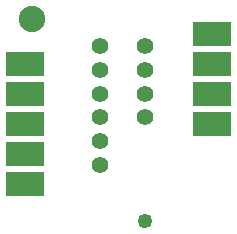
<source format=gbs>
G04 MADE WITH FRITZING*
G04 WWW.FRITZING.ORG*
G04 DOUBLE SIDED*
G04 HOLES PLATED*
G04 CONTOUR ON CENTER OF CONTOUR VECTOR*
%ASAXBY*%
%FSLAX23Y23*%
%MOIN*%
%OFA0B0*%
%SFA1.0B1.0*%
%ADD10C,0.049370*%
%ADD11C,0.054882*%
%ADD12C,0.088000*%
%ADD13R,0.128110X0.078898*%
%ADD14R,0.001000X0.001000*%
%LNMASK0*%
G90*
G70*
G54D10*
X475Y106D03*
G54D11*
X475Y688D03*
X475Y609D03*
X475Y531D03*
X475Y452D03*
X325Y688D03*
X325Y609D03*
X325Y531D03*
X325Y452D03*
X325Y373D03*
X325Y294D03*
G54D12*
X100Y781D03*
G54D13*
X700Y531D03*
X700Y431D03*
X75Y331D03*
X75Y231D03*
X700Y731D03*
X75Y631D03*
X75Y431D03*
X75Y531D03*
X700Y631D03*
G54D14*
D02*
G04 End of Mask0*
M02*
</source>
